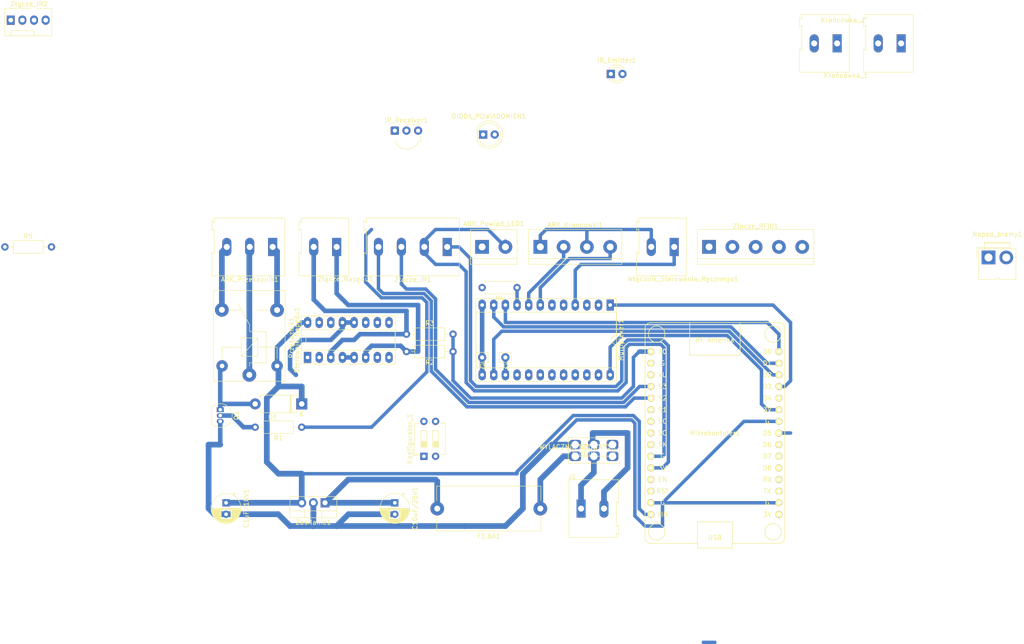
<source format=kicad_pcb>
(kicad_pcb (version 20171130) (host pcbnew "(5.1.7)-1")
  (title_block (title Projekt) (company "JK 2020"))
  (layers (0 F.Cu signal) (31 B.Cu signal) (34 B.Paste user) (35 F.Paste user) (36 B.SilkS user) (37 F.SilkS user) (38 B.Mask user) (39 F.Mask user) (44 Edge.Cuts user))
  (net 0 "")
  (net 1 "Net-(IR_Receiver1-Pad3)")
  (net 2 "Net-(Konfigurator_1-Pad2)")
  (net 3 "Net-(Konfigurator_1-Pad1)")
  (net 4 "Net-(Mikrokontoler1-Pad25)")
  (net 5 "Net-(Multiplexer1-Pad23)")
  (net 6 "Net-(Multiplexer1-Pad22)")
  (net 7 "Net-(Multiplexer1-Pad21)")
  (net 8 "Net-(Multiplexer1-Pad20)")
  (net 9 "Net-(Multiplexer1-Pad19)")
  (net 10 "Net-(Multiplexer1-Pad18)")
  (net 11 "Net-(Multiplexer1-Pad17)")
  (net 12 "Net-(Multiplexer1-Pad16)")
  (net 13 "Net-(Mikrokontoler1-Pad28)")
  (net 14 "Net-(Mikrokontoler1-Pad27)")
  (net 15 "Net-(Mikrokontoler1-Pad29)")
  (net 16 "Net-(Mikrokontoler1-Pad30)")
  (net 17 "Net-(Multiplexer1-Pad4)")
  (net 18 "Net-(Multiplexer1-Pad2)")
  (net 19 "Net-(Mikrokontoler1-Pad26)")
  (net 20 "Net-(ARK_Przekaznik1-Pad2)")
  (net 21 "Net-(D1-Pad2)")
  (net 22 "Net-(ARK_Przekaznik1-Pad3)")
  (net 23 "Net-(ARK_Przekaznik1-Pad1)")
  (net 24 "Net-(Q1-Pad2)")
  (net 25 "Net-(Sterownik_Napędu1-Pad8)")
  (net 26 "Net-(Mikrokontoler1-Pad21)")
  (net 27 "Net-(Sterownik_Napędu1-Pad14)")
  (net 28 "Net-(Sterownik_Napędu1-Pad11)")
  (net 29 "Net-(Mikrokontoler1-Pad22)")
  (net 30 "Net-(Mikrokontoler1-Pad23)")
  (net 31 +12V)
  (net 32 /+5V)
  (net 33 /MUX_3Pin)
  (net 34 /A0)
  (net 35 "Net-(Mikrokontoler1-Pad11)")
  (net 36 "Net-(Mikrokontoler1-Pad20)")
  (net 37 "Net-(Mikrokontoler1-Pad19)")
  (net 38 "Net-(Mikrokontoler1-Pad18)")
  (net 39 "Net-(Mikrokontoler1-Pad13)")
  (net 40 "Net-(Mikrokontoler1-Pad12)")
  (net 41 "Net-(Mikrokontoler1-Pad9)")
  (net 42 "Net-(Mikrokontoler1-Pad8)")
  (net 43 "Net-(Mikrokontoler1-Pad7)")
  (net 44 "Net-(Mikrokontoler1-Pad6)")
  (net 45 "Net-(Mikrokontoler1-Pad3)")
  (net 46 "Net-(Mikrokontoler1-Pad2)")
  (net 47 "Net-(ARK_Powiad_LED1-Pad1)")
  (net 48 GND)
  (net 49 "Net-(F1,6A1-Pad1)")
  (net 50 "Net-(IR_Emitter1-Pad2)")
  (net 51 "Net-(IR_Emitter1-Pad1)")
  (net 52 "Net-(IR_Receiver1-Pad1)")
  (net 53 /IR_receiver)
  (net 54 /IR_emitter)
  (net 55 "Net-(R2-Pad2)")
  (net 56 "Net-(R3-Pad1)")
  (net 57 "Net-(R5-Pad1)")
  (net 58 /+3V)
  (net 59 "Net-(C10uF/25V1-Pad1)")
  (net 60 "Net-(ARK_Powiad_LED1_M1-Pad1)")
  (net 61 "Net-(ARK_Powiad_LED1_M1-Pad2)")
  (net 62 "Net-(Multiplexer1-Pad9)")
  (net 63 "Net-(Naped_bramy1-Pad2)")
  (net 64 "Net-(Naped_bramy1-Pad1)")
  (net 65 "Net-(ARK_Krancowki1-Pad4)")
  (net 66 "Net-(ARK_Krancowki1-Pad2)")
  (net 67 "Net-(ARK_KRANCOWKI_M1-Pad1)")
  (net 68 "Net-(ARK_KRANCOWKI_M1-Pad2)")
  (net 69 "Net-(ARK_KRANCOWKI_M1-Pad3)")
  (net 70 "Net-(ARK_KRANCOWKI_M1-Pad4)")
  (net 71 /WERYFIKACJA)
  (module TerminalBlock:TerminalBlock_Altech_AK300-2_P5.00mm (layer F.Cu) (at -134.62 -425.45 180)
    (fp_text reference Włącznik_Sterowania_Ręcznego1 (at -1.92 -6.99) (layer F.SilkS))
    (fp_text value SW_Push)
    (pad 2 thru_hole oval (at 5 0 180) (size 1.98 3.96) (drill 1.32) (layers *.Cu *.Mask) (net 58 /+3V))
    (pad 1 thru_hole rect (at 0 0 180) (size 1.98 3.96) (drill 1.32) (layers *.Cu *.Mask) (net 17 "Net-(Multiplexer1-Pad4)"))
  )
  (module Connector_Pin:Pin_D0.9mm_L10.0mm_W2.4mm_FlatFork (layer F.Cu) (at -176.53 -401.32)
    (fp_text reference J3 (at 0 1.95) (layer F.SilkS))
    (fp_text value Conn_01x01_Male)
    (pad 1 thru_hole circle (at 0 0) (size 1.8 1.8) (drill 0.9) (layers *.Cu *.Mask) (net 48 GND))
  )
  (module Connector_Pin:Pin_D0.9mm_L10.0mm_W2.4mm_FlatFork (layer F.Cu) (at -171.45 -401.32)
    (fp_text reference J2 (at 0 1.95) (layer F.SilkS))
    (fp_text value Conn_01x01_Female)
    (pad 1 thru_hole circle (at 0 0) (size 1.8 1.8) (drill 0.9) (layers *.Cu *.Mask) (net 71 /WERYFIKACJA))
  )
  (module TerminalBlock:TerminalBlock_bornier-4_P5.08mm (layer F.Cu) (at -163.83 -425.45)
    (fp_text reference ARK_Krancowki1 (at 7.6 -4.8) (layer F.SilkS))
    (fp_text value Conn_01x04_Female)
    (pad 4 thru_hole circle (at 15.24 0) (size 3 3) (drill 1.52) (layers *.Cu *.Mask) (net 65 "Net-(ARK_Krancowki1-Pad4)"))
    (pad 1 thru_hole rect (at 0 0) (size 3 3) (drill 1.52) (layers *.Cu *.Mask) (net 58 /+3V))
    (pad 3 thru_hole circle (at 10.16 0) (size 3 3) (drill 1.52) (layers *.Cu *.Mask) (net 58 /+3V))
    (pad 2 thru_hole circle (at 5.08 0) (size 3 3) (drill 1.52) (layers *.Cu *.Mask) (net 66 "Net-(ARK_Krancowki1-Pad2)"))
  )
  (module TerminalBlock:TerminalBlock_Altech_AK300-2_P5.00mm (layer F.Cu) (at -154.94 -368.3)
    (fp_text reference J1 (at -1.92 -6.99) (layer F.SilkS))
    (fp_text value Conn_01x02_Female)
    (pad 2 thru_hole oval (at 5 0) (size 1.98 3.96) (drill 1.32) (layers *.Cu *.Mask) (net 48 GND))
    (pad 1 thru_hole rect (at 0 0) (size 1.98 3.96) (drill 1.32) (layers *.Cu *.Mask) (net 31 +12V))
  )
  (module Button_Switch_THT:SW_E_DPDT (layer F.Cu) (at -156.21 -382.27)
    (fp_text reference WYLACZNIK_GLOWNY1 (at 0 0.5) (layer F.SilkS))
    (fp_text value SW_DPST)
    (pad 5 thru_hole roundrect (at 8.128 0) (size 2.524 2.04) (drill 1.662) (layers *.Cu *.Mask))
    (pad 3 thru_hole roundrect (at 4.064 2.54) (size 2.524 2.04) (drill 1.662) (layers *.Cu *.Mask) (net 31 +12V))
    (pad 4 thru_hole roundrect (at 0 2.54) (size 2.524 2.04) (drill 1.662) (layers *.Cu *.Mask) (net 49 "Net-(F1,6A1-Pad1)"))
    (pad 6 thru_hole roundrect (at 8.128 2.54) (size 2.524 2.04) (drill 1.662) (layers *.Cu *.Mask))
    (pad 1 thru_hole roundrect (at 4.064 0) (size 2.524 2.04) (drill 1.662) (layers *.Cu *.Mask) (net 48 GND))
    (pad 2 thru_hole roundrect (at 0 0) (size 2.524 2.04) (drill 1.662) (layers *.Cu *.Mask) (net 48 GND))
  )
  (module Resistor_THT:R_Axial_DIN0207_L6.3mm_D2.5mm_P10.16mm_Horizontal (layer F.Cu) (at -280.67 -425.45)
    (fp_text reference R5 (at 5.08 -2.37) (layer F.SilkS))
    (fp_text value R100)
    (pad 2 thru_hole oval (at 10.16 0) (size 1.6 1.6) (drill 0.8) (layers *.Cu *.Mask) (net 50 "Net-(IR_Emitter1-Pad2)"))
    (pad 1 thru_hole circle (at 0 0) (size 1.6 1.6) (drill 0.8) (layers *.Cu *.Mask) (net 57 "Net-(R5-Pad1)"))
  )
  (module Connector:JWT_A3963_1x02_P3.96mm_Vertical (layer F.Cu) (at -66.019999 -423.144999)
    (fp_text reference Naped_bramy1 (at 1.91 -5.08) (layer F.SilkS))
    (fp_text value Motor_DC)
    (pad 2 thru_hole circle (at 3.88 0) (size 3 3) (drill 1.75) (layers *.Cu *.Mask) (net 63 "Net-(Naped_bramy1-Pad2)"))
    (pad 1 thru_hole rect (at 0 0) (size 3 3) (drill 1.75) (layers *.Cu *.Mask) (net 64 "Net-(Naped_bramy1-Pad1)"))
  )
  (module LED_THT:LED_D5.0mm (layer F.Cu) (at -176.314999 -449.994999)
    (fp_text reference DIODA_POWIADOMIEN1 (at 1.27 -3.96) (layer F.SilkS))
    (fp_text value LED)
    (pad 2 thru_hole circle (at 2.54 0) (size 1.8 1.8) (drill 0.9) (layers *.Cu *.Mask) (net 60 "Net-(ARK_Powiad_LED1_M1-Pad1)"))
    (pad 1 thru_hole rect (at 0 0) (size 1.8 1.8) (drill 0.9) (layers *.Cu *.Mask) (net 61 "Net-(ARK_Powiad_LED1_M1-Pad2)"))
  )
  (module Diode_THT:D_DO-15_P10.16mm_Horizontal (layer F.Cu) (at -215.9 -391.16 180)
    (fp_text reference D1 (at 6.35 -2.92) (layer F.SilkS))
    (fp_text value D)
    (fp_text user K (at 0 -2.2) (layer F.SilkS))
    (pad 2 thru_hole oval (at 10.16 0 180) (size 2.4 2.4) (drill 1.2) (layers *.Cu *.Mask) (net 21 "Net-(D1-Pad2)"))
    (pad 1 thru_hole rect (at 0 0 180) (size 2.4 2.4) (drill 1.2) (layers *.Cu *.Mask) (net 32 /+5V))
  )
  (module TerminalBlock:TerminalBlock_Altech_AK300-2_P5.00mm (layer F.Cu) (at -208.28 -425.45 180)
    (fp_text reference Złącze_Napędu1 (at -1.92 -6.99) (layer F.SilkS))
    (fp_text value Conn_01x02_Female)
    (pad 2 thru_hole oval (at 5 0 180) (size 1.98 3.96) (drill 1.32) (layers *.Cu *.Mask) (net 56 "Net-(R3-Pad1)"))
    (pad 1 thru_hole rect (at 0 0 180) (size 1.98 3.96) (drill 1.32) (layers *.Cu *.Mask) (net 55 "Net-(R2-Pad2)"))
  )
  (module Connector:FanPinHeader_1x04_P2.54mm_Vertical (layer F.Cu) (at -279.4 -474.98)
    (fp_text reference Złącze_IR2 (at 4 -3.55) (layer F.SilkS))
    (fp_text value 01)
    (pad "" np_thru_hole circle (at 5.08 -2.16 90) (size 1.1 1.1) (drill 1.1) (layers *.Cu *.Mask))
    (pad 4 thru_hole oval (at 7.62 0 90) (size 2.03 1.73) (drill 1.02) (layers *.Cu *.Mask) (net 52 "Net-(IR_Receiver1-Pad1)"))
    (pad 3 thru_hole oval (at 5.08 0 90) (size 2.03 1.73) (drill 1.02) (layers *.Cu *.Mask) (net 57 "Net-(R5-Pad1)"))
    (pad 2 thru_hole oval (at 2.54 0 90) (size 2.03 1.73) (drill 1.02) (layers *.Cu *.Mask) (net 51 "Net-(IR_Emitter1-Pad1)"))
    (pad 1 thru_hole rect (at 0 0 90) (size 2.03 1.73) (drill 1.02) (layers *.Cu *.Mask) (net 1 "Net-(IR_Receiver1-Pad3)"))
  )
  (module TerminalBlock:TerminalBlock_Altech_AK300-4_P5.00mm (layer F.Cu) (at -184.15 -425.45 180)
    (fp_text reference Złącze_IR1 (at 7.5 -7.15) (layer F.SilkS))
    (fp_text value 01)
    (pad 3 thru_hole oval (at 10 0 180) (size 1.98 3.96) (drill 1.32) (layers *.Cu *.Mask) (net 54 /IR_emitter))
    (pad 4 thru_hole oval (at 15 0 180) (size 1.98 3.96) (drill 1.32) (layers *.Cu *.Mask) (net 53 /IR_receiver))
    (pad 2 thru_hole oval (at 5 0 180) (size 1.98 3.96) (drill 1.32) (layers *.Cu *.Mask) (net 48 GND))
    (pad 1 thru_hole rect (at 0 0 180) (size 1.98 3.96) (drill 1.32) (layers *.Cu *.Mask) (net 35 "Net-(Mikrokontoler1-Pad11)"))
  )
  (module TerminalBlock:TerminalBlock_bornier-5_P5.08mm (layer F.Cu) (at -127 -425.45)
    (fp_text reference Złacze_RFID1 (at 10.15 -4.55) (layer F.SilkS))
    (fp_text value Conn_01x05_Male)
    (pad 5 thru_hole circle (at 20.32 0) (size 3 3) (drill 1.52) (layers *.Cu *.Mask) (net 4 "Net-(Mikrokontoler1-Pad25)"))
    (pad 4 thru_hole circle (at 15.24 0) (size 3 3) (drill 1.52) (layers *.Cu *.Mask) (net 48 GND))
    (pad 1 thru_hole rect (at 0 0) (size 3 3) (drill 1.52) (layers *.Cu *.Mask) (net 26 "Net-(Mikrokontoler1-Pad21)"))
    (pad 3 thru_hole circle (at 10.16 0) (size 3 3) (drill 1.52) (layers *.Cu *.Mask) (net 30 "Net-(Mikrokontoler1-Pad23)"))
    (pad 2 thru_hole circle (at 5.08 0) (size 3 3) (drill 1.52) (layers *.Cu *.Mask) (net 29 "Net-(Mikrokontoler1-Pad22)"))
  )
  (module Package_TO_SOT_THT:TO-220-3_Vertical (layer F.Cu) (at -210.82 -369.57 180)
    (fp_text reference Zasilanie1 (at 2.54 -4.27) (layer F.SilkS))
    (fp_text value LM7805_TO220)
    (pad 3 thru_hole oval (at 5.08 0 180) (size 1.905 2) (drill 1.1) (layers *.Cu *.Mask) (net 32 /+5V))
    (pad 2 thru_hole oval (at 2.54 0 180) (size 1.905 2) (drill 1.1) (layers *.Cu *.Mask) (net 48 GND))
    (pad 1 thru_hole rect (at 0 0 180) (size 1.905 2) (drill 1.1) (layers *.Cu *.Mask) (net 59 "Net-(C10uF/25V1-Pad1)"))
  )
  (module Package_DIP:DIP-16_W7.62mm_Socket_LongPads (layer F.Cu) (at -214.63 -401.32 90)
    (fp_text reference Sterownik_Napędu1 (at 3.81 -2.33 90) (layer F.SilkS))
    (fp_text value L293D)
    (pad 16 thru_hole oval (at 7.62 0 90) (size 2.4 1.6) (drill 0.8) (layers *.Cu *.Mask) (net 32 /+5V))
    (pad 8 thru_hole oval (at 0 17.78 90) (size 2.4 1.6) (drill 0.8) (layers *.Cu *.Mask) (net 25 "Net-(Sterownik_Napędu1-Pad8)"))
    (pad 15 thru_hole oval (at 7.62 2.54 90) (size 2.4 1.6) (drill 0.8) (layers *.Cu *.Mask) (net 48 GND))
    (pad 7 thru_hole oval (at 0 15.24 90) (size 2.4 1.6) (drill 0.8) (layers *.Cu *.Mask) (net 38 "Net-(Mikrokontoler1-Pad18)"))
    (pad 14 thru_hole oval (at 7.62 5.08 90) (size 2.4 1.6) (drill 0.8) (layers *.Cu *.Mask) (net 27 "Net-(Sterownik_Napędu1-Pad14)"))
    (pad 6 thru_hole oval (at 0 12.7 90) (size 2.4 1.6) (drill 0.8) (layers *.Cu *.Mask) (net 55 "Net-(R2-Pad2)"))
    (pad 13 thru_hole oval (at 7.62 7.62 90) (size 2.4 1.6) (drill 0.8) (layers *.Cu *.Mask) (net 48 GND))
    (pad 5 thru_hole oval (at 0 10.16 90) (size 2.4 1.6) (drill 0.8) (layers *.Cu *.Mask) (net 48 GND))
    (pad 12 thru_hole oval (at 7.62 10.16 90) (size 2.4 1.6) (drill 0.8) (layers *.Cu *.Mask) (net 48 GND))
    (pad 4 thru_hole oval (at 0 7.62 90) (size 2.4 1.6) (drill 0.8) (layers *.Cu *.Mask) (net 48 GND))
    (pad 11 thru_hole oval (at 7.62 12.7 90) (size 2.4 1.6) (drill 0.8) (layers *.Cu *.Mask) (net 28 "Net-(Sterownik_Napędu1-Pad11)"))
    (pad 3 thru_hole oval (at 0 5.08 90) (size 2.4 1.6) (drill 0.8) (layers *.Cu *.Mask) (net 56 "Net-(R3-Pad1)"))
    (pad 10 thru_hole oval (at 7.62 15.24 90) (size 2.4 1.6) (drill 0.8) (layers *.Cu *.Mask) (net 48 GND))
    (pad 2 thru_hole oval (at 0 2.54 90) (size 2.4 1.6) (drill 0.8) (layers *.Cu *.Mask) (net 37 "Net-(Mikrokontoler1-Pad19)"))
    (pad 9 thru_hole oval (at 7.62 17.78 90) (size 2.4 1.6) (drill 0.8) (layers *.Cu *.Mask) (net 48 GND))
    (pad 1 thru_hole rect (at 0 0 90) (size 2.4 1.6) (drill 0.8) (layers *.Cu *.Mask) (net 36 "Net-(Mikrokontoler1-Pad20)"))
  )
  (module Resistor_THT:R_Axial_DIN0207_L6.3mm_D2.5mm_P7.62mm_Horizontal (layer F.Cu) (at -168.91 -416.56 180)
    (fp_text reference R4 (at 3.81 -2.37) (layer F.SilkS))
    (fp_text value R330)
    (pad 2 thru_hole oval (at 7.62 0 180) (size 1.6 1.6) (drill 0.8) (layers *.Cu *.Mask) (net 47 "Net-(ARK_Powiad_LED1-Pad1)"))
    (pad 1 thru_hole circle (at 0 0 180) (size 1.6 1.6) (drill 0.8) (layers *.Cu *.Mask) (net 62 "Net-(Multiplexer1-Pad9)"))
  )
  (module Resistor_THT:R_Axial_DIN0207_L6.3mm_D2.5mm_P10.16mm_Horizontal (layer F.Cu) (at -193.04 -406.4)
    (fp_text reference R3 (at 5.08 -2.37) (layer F.SilkS))
    (fp_text value R330)
    (pad 2 thru_hole oval (at 10.16 0) (size 1.6 1.6) (drill 0.8) (layers *.Cu *.Mask) (net 34 /A0))
    (pad 1 thru_hole circle (at 0 0) (size 1.6 1.6) (drill 0.8) (layers *.Cu *.Mask) (net 56 "Net-(R3-Pad1)"))
  )
  (module Resistor_THT:R_Axial_DIN0207_L6.3mm_D2.5mm_P10.16mm_Horizontal (layer F.Cu) (at -182.88 -402.59 180)
    (fp_text reference R2 (at 5.08 -2.37) (layer F.SilkS))
    (fp_text value R220)
    (pad 2 thru_hole oval (at 10.16 0 180) (size 1.6 1.6) (drill 0.8) (layers *.Cu *.Mask) (net 55 "Net-(R2-Pad2)"))
    (pad 1 thru_hole circle (at 0 0 180) (size 1.6 1.6) (drill 0.8) (layers *.Cu *.Mask) (net 34 /A0))
  )
  (module Resistor_THT:R_Axial_DIN0207_L6.3mm_D2.5mm_P10.16mm_Horizontal (layer F.Cu) (at -215.9 -386.08 180)
    (fp_text reference R1 (at 5.08 -2.37) (layer F.SilkS))
    (fp_text value R4,7k)
    (pad 2 thru_hole oval (at 10.16 0 180) (size 1.6 1.6) (drill 0.8) (layers *.Cu *.Mask) (net 24 "Net-(Q1-Pad2)"))
    (pad 1 thru_hole circle (at 0 0 180) (size 1.6 1.6) (drill 0.8) (layers *.Cu *.Mask) (net 33 /MUX_3Pin))
  )
  (module Package_TO_SOT_THT:TO-92_Inline (layer F.Cu) (at -233.68 -389.89 270)
    (fp_text reference Q1 (at 1.27 -3.56 90) (layer F.SilkS))
    (fp_text value BC547)
    (pad 1 thru_hole rect (at 0 0 270) (size 1.05 1.5) (drill 0.75) (layers *.Cu *.Mask) (net 21 "Net-(D1-Pad2)"))
    (pad 3 thru_hole oval (at 2.54 0 270) (size 1.05 1.5) (drill 0.75) (layers *.Cu *.Mask) (net 48 GND))
    (pad 2 thru_hole oval (at 1.27 0 270) (size 1.05 1.5) (drill 0.75) (layers *.Cu *.Mask) (net 24 "Net-(Q1-Pad2)"))
  )
  (module Relay_THT:Relay_SPDT_SANYOU_SRD_Series_Form_C (layer F.Cu) (at -227.33 -397.51 90)
    (fp_text reference Przekaznik1 (at 8.1 9.2 90) (layer F.SilkS))
    (fp_text value SANYOU_SRD_Form_C)
    (pad 1 thru_hole circle (at 0 0 180) (size 3 3) (drill 1.3) (layers *.Cu *.Mask) (net 20 "Net-(ARK_Przekaznik1-Pad2)"))
    (pad 5 thru_hole circle (at 1.95 -5.95 180) (size 2.5 2.5) (drill 1) (layers *.Cu *.Mask) (net 21 "Net-(D1-Pad2)"))
    (pad 4 thru_hole circle (at 14.2 -6 180) (size 3 3) (drill 1.3) (layers *.Cu *.Mask) (net 22 "Net-(ARK_Przekaznik1-Pad3)"))
    (pad 3 thru_hole circle (at 14.15 6.05 180) (size 3 3) (drill 1.3) (layers *.Cu *.Mask) (net 23 "Net-(ARK_Przekaznik1-Pad1)"))
    (pad 2 thru_hole circle (at 1.95 6.05 180) (size 2.5 2.5) (drill 1) (layers *.Cu *.Mask) (net 32 /+5V))
  )
  (module Package_DIP:DIP-24_W15.24mm_Socket_LongPads (layer F.Cu) (at -148.59 -412.75 270)
    (fp_text reference Multiplexer1 (at 7.62 -2.33 90) (layer F.SilkS))
    (fp_text value CD4067BE)
    (pad 1 thru_hole rect (at 0 0 270) (size 2.4 1.6) (drill 0.8) (layers *.Cu *.Mask) (net 14 "Net-(Mikrokontoler1-Pad27)"))
    (pad 13 thru_hole oval (at 15.24 27.94 270) (size 2.4 1.6) (drill 0.8) (layers *.Cu *.Mask) (net 48 GND))
    (pad 2 thru_hole oval (at 0 2.54 270) (size 2.4 1.6) (drill 0.8) (layers *.Cu *.Mask) (net 18 "Net-(Multiplexer1-Pad2)"))
    (pad 14 thru_hole oval (at 15.24 25.4 270) (size 2.4 1.6) (drill 0.8) (layers *.Cu *.Mask) (net 13 "Net-(Mikrokontoler1-Pad28)"))
    (pad 3 thru_hole oval (at 0 5.08 270) (size 2.4 1.6) (drill 0.8) (layers *.Cu *.Mask) (net 33 /MUX_3Pin))
    (pad 15 thru_hole oval (at 15.24 22.86 270) (size 2.4 1.6) (drill 0.8) (layers *.Cu *.Mask) (net 71 /WERYFIKACJA))
    (pad 4 thru_hole oval (at 0 7.62 270) (size 2.4 1.6) (drill 0.8) (layers *.Cu *.Mask) (net 17 "Net-(Multiplexer1-Pad4)"))
    (pad 16 thru_hole oval (at 15.24 20.32 270) (size 2.4 1.6) (drill 0.8) (layers *.Cu *.Mask) (net 12 "Net-(Multiplexer1-Pad16)"))
    (pad 5 thru_hole oval (at 0 10.16 270) (size 2.4 1.6) (drill 0.8) (layers *.Cu *.Mask) (net 2 "Net-(Konfigurator_1-Pad2)"))
    (pad 17 thru_hole oval (at 15.24 17.78 270) (size 2.4 1.6) (drill 0.8) (layers *.Cu *.Mask) (net 11 "Net-(Multiplexer1-Pad17)"))
    (pad 6 thru_hole oval (at 0 12.7 270) (size 2.4 1.6) (drill 0.8) (layers *.Cu *.Mask) (net 3 "Net-(Konfigurator_1-Pad1)"))
    (pad 18 thru_hole oval (at 15.24 15.24 270) (size 2.4 1.6) (drill 0.8) (layers *.Cu *.Mask) (net 10 "Net-(Multiplexer1-Pad18)"))
    (pad 7 thru_hole oval (at 0 15.24 270) (size 2.4 1.6) (drill 0.8) (layers *.Cu *.Mask) (net 65 "Net-(ARK_Krancowki1-Pad4)"))
    (pad 19 thru_hole oval (at 15.24 12.7 270) (size 2.4 1.6) (drill 0.8) (layers *.Cu *.Mask) (net 9 "Net-(Multiplexer1-Pad19)"))
    (pad 8 thru_hole oval (at 0 17.78 270) (size 2.4 1.6) (drill 0.8) (layers *.Cu *.Mask) (net 66 "Net-(ARK_Krancowki1-Pad2)"))
    (pad 20 thru_hole oval (at 15.24 10.16 270) (size 2.4 1.6) (drill 0.8) (layers *.Cu *.Mask) (net 8 "Net-(Multiplexer1-Pad20)"))
    (pad 9 thru_hole oval (at 0 20.32 270) (size 2.4 1.6) (drill 0.8) (layers *.Cu *.Mask) (net 62 "Net-(Multiplexer1-Pad9)"))
    (pad 21 thru_hole oval (at 15.24 7.62 270) (size 2.4 1.6) (drill 0.8) (layers *.Cu *.Mask) (net 7 "Net-(Multiplexer1-Pad21)"))
    (pad 10 thru_hole oval (at 0 22.86 270) (size 2.4 1.6) (drill 0.8) (layers *.Cu *.Mask) (net 16 "Net-(Mikrokontoler1-Pad30)"))
    (pad 22 thru_hole oval (at 15.24 5.08 270) (size 2.4 1.6) (drill 0.8) (layers *.Cu *.Mask) (net 6 "Net-(Multiplexer1-Pad22)"))
    (pad 11 thru_hole oval (at 0 25.4 270) (size 2.4 1.6) (drill 0.8) (layers *.Cu *.Mask) (net 15 "Net-(Mikrokontoler1-Pad29)"))
    (pad 23 thru_hole oval (at 15.24 2.54 270) (size 2.4 1.6) (drill 0.8) (layers *.Cu *.Mask) (net 5 "Net-(Multiplexer1-Pad23)"))
    (pad 12 thru_hole oval (at 0 27.94 270) (size 2.4 1.6) (drill 0.8) (layers *.Cu *.Mask) (net 48 GND))
    (pad 24 thru_hole oval (at 15.24 0 270) (size 2.4 1.6) (drill 0.8) (layers *.Cu *.Mask) (net 4 "Net-(Mikrokontoler1-Pad25)"))
  )
  (module "ESP8266:NodeMCU1.0(12-E)" (layer F.Cu) (at -125.73 -384.81)
    (fp_text reference Mikrokontoler1 (at 0 0) (layer F.SilkS))
    (fp_text value "NodeMCU1.0(ESP-12E)")
    (fp_text user D0 (at 11.43 -17.78) (layer F.SilkS))
    (fp_text user D1 (at 11.43 -15.24) (layer F.SilkS))
    (fp_text user D2 (at 11.43 -12.7) (layer F.SilkS))
    (fp_text user D3 (at 11.43 -10.16) (layer F.SilkS))
    (fp_text user D4 (at 11.43 -7.62) (layer F.SilkS))
    (fp_text user 3V (at 11.43 -5.08) (layer F.SilkS))
    (fp_text user G (at 11.43 -2.54) (layer F.SilkS))
    (fp_text user D5 (at 11.43 0) (layer F.SilkS))
    (fp_text user D6 (at 11.43 2.54) (layer F.SilkS))
    (fp_text user D7 (at 11.43 5.08) (layer F.SilkS))
    (fp_text user D8 (at 11.43 7.62) (layer F.SilkS))
    (fp_text user RX (at 11.43 10.16) (layer F.SilkS))
    (fp_text user TX (at 11.43 12.7) (layer F.SilkS))
    (fp_text user G (at 11.43 15.24) (layer F.SilkS))
    (fp_text user 3V (at 11.43 17.78) (layer F.SilkS))
    (fp_text user A0 (at -11.43 -17.78) (layer F.SilkS))
    (fp_text user G (at -11.43 -15.24) (layer F.SilkS))
    (fp_text user VU (at -11.43 -12.7) (layer F.SilkS))
    (fp_text user S3 (at -11.43 -10.16) (layer F.SilkS))
    (fp_text user S2 (at -11.43 -7.62) (layer F.SilkS))
    (fp_text user S1 (at -11.43 -5.08) (layer F.SilkS))
    (fp_text user SC (at -11.43 -2.54) (layer F.SilkS))
    (fp_text user SO (at -11.43 0) (layer F.SilkS))
    (fp_text user SK (at -11.43 2.54) (layer F.SilkS))
    (fp_text user G (at -11.43 5.08) (layer F.SilkS))
    (fp_text user 3V (at -11.43 7.62) (layer F.SilkS))
    (fp_text user EN (at -11.43 10.16) (layer F.SilkS))
    (fp_text user RST (at -11.43 12.7) (layer F.SilkS))
    (fp_text user G (at -11.43 15.24) (layer F.SilkS))
    (fp_text user VIN (at -11.43 17.78) (layer F.SilkS))
    (fp_text user "RF Antenna" (at 0 -20.32) (layer F.SilkS))
    (fp_text user USB (at 0 22.86) (layer F.SilkS))
    (pad 30 thru_hole circle (at 13.97 -17.78) (size 1.524 1.524) (drill 0.762) (layers *.Cu *.Mask F.SilkS) (net 16 "Net-(Mikrokontoler1-Pad30)"))
    (pad 29 thru_hole circle (at 13.97 -15.24) (size 1.524 1.524) (drill 0.762) (layers *.Cu *.Mask F.SilkS) (net 15 "Net-(Mikrokontoler1-Pad29)"))
    (pad 28 thru_hole circle (at 13.97 -12.7) (size 1.524 1.524) (drill 0.762) (layers *.Cu *.Mask F.SilkS) (net 13 "Net-(Mikrokontoler1-Pad28)"))
    (pad 27 thru_hole circle (at 13.97 -10.16) (size 1.524 1.524) (drill 0.762) (layers *.Cu *.Mask F.SilkS) (net 14 "Net-(Mikrokontoler1-Pad27)"))
    (pad 26 thru_hole circle (at 13.97 -7.62) (size 1.524 1.524) (drill 0.762) (layers *.Cu *.Mask F.SilkS) (net 19 "Net-(Mikrokontoler1-Pad26)"))
    (pad 25 thru_hole circle (at 13.97 -5.08) (size 1.524 1.524) (drill 0.762) (layers *.Cu *.Mask F.SilkS) (net 4 "Net-(Mikrokontoler1-Pad25)"))
    (pad 24 thru_hole circle (at 13.97 -2.54) (size 1.524 1.524) (drill 0.762) (layers *.Cu *.Mask F.SilkS) (net 48 GND))
    (pad 23 thru_hole circle (at 13.97 0) (size 1.524 1.524) (drill 0.762) (layers *.Cu *.Mask F.SilkS) (net 30 "Net-(Mikrokontoler1-Pad23)"))
    (pad 22 thru_hole circle (at 13.97 2.54) (size 1.524 1.524) (drill 0.762) (layers *.Cu *.Mask F.SilkS) (net 29 "Net-(Mikrokontoler1-Pad22)"))
    (pad 21 thru_hole circle (at 13.97 5.08) (size 1.524 1.524) (drill 0.762) (layers *.Cu *.Mask F.SilkS) (net 26 "Net-(Mikrokontoler1-Pad21)"))
    (pad 20 thru_hole circle (at 13.97 7.62) (size 1.524 1.524) (drill 0.762) (layers *.Cu *.Mask F.SilkS) (net 36 "Net-(Mikrokontoler1-Pad20)"))
    (pad 19 thru_hole circle (at 13.97 10.16) (size 1.524 1.524) (drill 0.762) (layers *.Cu *.Mask F.SilkS) (net 37 "Net-(Mikrokontoler1-Pad19)"))
    (pad 18 thru_hole circle (at 13.97 12.7) (size 1.524 1.524) (drill 0.762) (layers *.Cu *.Mask F.SilkS) (net 38 "Net-(Mikrokontoler1-Pad18)"))
    (pad 17 thru_hole circle (at 13.97 15.24) (size 1.524 1.524) (drill 0.762) (layers *.Cu *.Mask F.SilkS) (net 48 GND))
    (pad 16 thru_hole circle (at 13.97 17.78) (size 1.524 1.524) (drill 0.762) (layers *.Cu *.Mask F.SilkS) (net 58 /+3V))
    (pad 15 thru_hole circle (at -13.97 17.78) (size 1.524 1.524) (drill 0.762) (layers *.Cu *.Mask F.SilkS) (net 32 /+5V))
    (pad 14 thru_hole circle (at -13.97 15.24) (size 1.524 1.524) (drill 0.762) (layers *.Cu *.Mask F.SilkS) (net 48 GND))
    (pad 13 thru_hole circle (at -13.97 12.7) (size 1.524 1.524) (drill 0.762) (layers *.Cu *.Mask F.SilkS) (net 39 "Net-(Mikrokontoler1-Pad13)"))
    (pad 12 thru_hole circle (at -13.97 10.16) (size 1.524 1.524) (drill 0.762) (layers *.Cu *.Mask F.SilkS) (net 40 "Net-(Mikrokontoler1-Pad12)"))
    (pad 11 thru_hole circle (at -13.97 7.62) (size 1.524 1.524) (drill 0.762) (layers *.Cu *.Mask F.SilkS) (net 35 "Net-(Mikrokontoler1-Pad11)"))
    (pad 10 thru_hole circle (at -13.97 5.08) (size 1.524 1.524) (drill 0.762) (layers *.Cu *.Mask F.SilkS) (net 48 GND))
    (pad 9 thru_hole circle (at -13.97 2.54) (size 1.524 1.524) (drill 0.762) (layers *.Cu *.Mask F.SilkS) (net 41 "Net-(Mikrokontoler1-Pad9)"))
    (pad 8 thru_hole circle (at -13.97 0) (size 1.524 1.524) (drill 0.762) (layers *.Cu *.Mask F.SilkS) (net 42 "Net-(Mikrokontoler1-Pad8)"))
    (pad 7 thru_hole circle (at -13.97 -2.54) (size 1.524 1.524) (drill 0.762) (layers *.Cu *.Mask F.SilkS) (net 43 "Net-(Mikrokontoler1-Pad7)"))
    (pad 6 thru_hole circle (at -13.97 -5.08) (size 1.524 1.524) (drill 0.762) (layers *.Cu *.Mask F.SilkS) (net 44 "Net-(Mikrokontoler1-Pad6)"))
    (pad 5 thru_hole circle (at -13.97 -7.62) (size 1.524 1.524) (drill 0.762) (layers *.Cu *.Mask F.SilkS) (net 53 /IR_receiver))
    (pad 4 thru_hole circle (at -13.97 -10.16) (size 1.524 1.524) (drill 0.762) (layers *.Cu *.Mask F.SilkS) (net 54 /IR_emitter))
    (pad 3 thru_hole circle (at -13.97 -12.7) (size 1.524 1.524) (drill 0.762) (layers *.Cu *.Mask F.SilkS) (net 45 "Net-(Mikrokontoler1-Pad3)"))
    (pad 2 thru_hole circle (at -13.97 -15.24) (size 1.524 1.524) (drill 0.762) (layers *.Cu *.Mask F.SilkS) (net 46 "Net-(Mikrokontoler1-Pad2)"))
    (pad 1 thru_hole circle (at -13.97 -17.78) (size 1.524 1.524) (drill 0.762) (layers *.Cu *.Mask F.SilkS) (net 34 /A0))
  )
  (module TerminalBlock:TerminalBlock_Altech_AK300-2_P5.00mm (layer F.Cu) (at -85.09 -469.9 180)
    (fp_text reference Krańcówka_2 (at 12.7 5.08) (layer F.SilkS))
    (fp_text value SW_DPST_x2)
    (pad 2 thru_hole oval (at 5 0 180) (size 1.98 3.96) (drill 1.32) (layers *.Cu *.Mask) (net 69 "Net-(ARK_KRANCOWKI_M1-Pad3)"))
    (pad 1 thru_hole rect (at 0 0 180) (size 1.98 3.96) (drill 1.32) (layers *.Cu *.Mask) (net 70 "Net-(ARK_KRANCOWKI_M1-Pad4)"))
  )
  (module TerminalBlock:TerminalBlock_Altech_AK300-2_P5.00mm (layer F.Cu) (at -99.06 -469.9 180)
    (fp_text reference Krańcówka_1 (at -1.92 -6.99) (layer F.SilkS))
    (fp_text value SW_DPST_x2)
    (pad 2 thru_hole oval (at 5 0 180) (size 1.98 3.96) (drill 1.32) (layers *.Cu *.Mask) (net 67 "Net-(ARK_KRANCOWKI_M1-Pad1)"))
    (pad 1 thru_hole rect (at 0 0 180) (size 1.98 3.96) (drill 1.32) (layers *.Cu *.Mask) (net 68 "Net-(ARK_KRANCOWKI_M1-Pad2)"))
  )
  (module Button_Switch_THT:SW_DIP_SPSTx02_Slide_6.7x6.64mm_W7.62mm_P2.54mm_LowProfile (layer F.Cu) (at -189.23 -379.73 90)
    (fp_text reference Konfigurator_1 (at 3.81 -3.11 90) (layer F.SilkS))
    (fp_text value SW_DIP_x02)
    (pad 4 thru_hole oval (at 7.62 0 90) (size 1.6 1.6) (drill 0.8) (layers *.Cu *.Mask) (net 58 /+3V))
    (pad 2 thru_hole oval (at 0 2.54 90) (size 1.6 1.6) (drill 0.8) (layers *.Cu *.Mask) (net 2 "Net-(Konfigurator_1-Pad2)"))
    (pad 3 thru_hole oval (at 7.62 2.54 90) (size 1.6 1.6) (drill 0.8) (layers *.Cu *.Mask) (net 58 /+3V))
    (pad 1 thru_hole rect (at 0 0 90) (size 1.6 1.6) (drill 0.8) (layers *.Cu *.Mask) (net 3 "Net-(Konfigurator_1-Pad1)"))
  )
  (module OptoDevice:Vishay_MOLD-3Pin (layer F.Cu) (at -195.58 -450.85)
    (fp_text reference IR_Receiver1 (at 2.5 -2.25 180) (layer F.SilkS))
    (fp_text value VS1838B)
    (pad 3 thru_hole circle (at 5.08 0) (size 1.8 1.8) (drill 0.9) (layers *.Cu *.Mask) (net 1 "Net-(IR_Receiver1-Pad3)"))
    (pad 2 thru_hole circle (at 2.54 0) (size 1.8 1.8) (drill 0.9) (layers *.Cu *.Mask) (net 51 "Net-(IR_Emitter1-Pad1)"))
    (pad 1 thru_hole roundrect (at 0 0) (size 1.8 1.8) (drill 0.9) (layers *.Cu *.Mask) (roundrect_rratio 0.138) (net 52 "Net-(IR_Receiver1-Pad1)"))
  )
  (module LED_THT:LED_D3.0mm_IRBlack (layer F.Cu) (at -148.444999 -463.224999)
    (fp_text reference IR_Emitter1 (at 1.27 -2.96) (layer F.SilkS))
    (fp_text value IR204A)
    (pad 2 thru_hole circle (at 2.54 0) (size 1.8 1.8) (drill 0.9) (layers *.Cu *.Mask) (net 50 "Net-(IR_Emitter1-Pad2)"))
    (pad 1 thru_hole rect (at 0 0) (size 1.8 1.8) (drill 0.9) (layers *.Cu *.Mask) (net 51 "Net-(IR_Emitter1-Pad1)"))
  )
  (module Fuse:Fuseholder_Cylinder-5x20mm_Schurter_0031_8201_Horizontal_Open (layer F.Cu) (at -163.83 -368.3 180)
    (fp_text reference F1,6A1 (at 11.25 -6) (layer F.SilkS))
    (fp_text value Fuse)
    (pad "" np_thru_hole circle (at 11.25 0 180) (size 2.7 2.7) (drill 2.7) (layers *.Cu *.Mask))
    (pad 2 thru_hole circle (at 22.5 0 180) (size 3 3) (drill 1.3) (layers *.Cu *.Mask) (net 59 "Net-(C10uF/25V1-Pad1)"))
    (pad 1 thru_hole circle (at 0 0 180) (size 3 3) (drill 1.3) (layers *.Cu *.Mask) (net 49 "Net-(F1,6A1-Pad1)"))
  )
  (module Capacitor_THT:CP_Radial_D6.3mm_P2.50mm (layer F.Cu) (at -232.41 -369.57 270)
    (fp_text reference C1uF/10V1 (at 1.25 -4.4 90) (layer F.SilkS))
    (fp_text value CP1)
    (pad 2 thru_hole circle (at 2.5 0 270) (size 1.6 1.6) (drill 0.8) (layers *.Cu *.Mask) (net 48 GND))
    (pad 1 thru_hole rect (at 0 0 270) (size 1.6 1.6) (drill 0.8) (layers *.Cu *.Mask) (net 32 /+5V))
  )
  (module Capacitor_THT:CP_Radial_D6.3mm_P2.50mm (layer F.Cu) (at -195.58 -369.57 270)
    (fp_text reference C10uF/25V1 (at 1.25 -4.4 90) (layer F.SilkS))
    (fp_text value CP1)
    (pad 2 thru_hole circle (at 2.5 0 270) (size 1.6 1.6) (drill 0.8) (layers *.Cu *.Mask) (net 48 GND))
    (pad 1 thru_hole rect (at 0 0 270) (size 1.6 1.6) (drill 0.8) (layers *.Cu *.Mask) (net 59 "Net-(C10uF/25V1-Pad1)"))
  )
  (module TerminalBlock:TerminalBlock_Altech_AK300-3_P5.00mm (layer F.Cu) (at -222.25 -425.45 180)
    (fp_text reference ARK_Przekaznik1 (at 5 -7.1) (layer F.SilkS))
    (fp_text value Conn_01x03_Male)
    (pad 3 thru_hole oval (at 10 0 180) (size 1.98 3.96) (drill 1.32) (layers *.Cu *.Mask) (net 22 "Net-(ARK_Przekaznik1-Pad3)"))
    (pad 2 thru_hole oval (at 5 0 180) (size 1.98 3.96) (drill 1.32) (layers *.Cu *.Mask) (net 20 "Net-(ARK_Przekaznik1-Pad2)"))
    (pad 1 thru_hole rect (at 0 0 180) (size 1.98 3.96) (drill 1.32) (layers *.Cu *.Mask) (net 23 "Net-(ARK_Przekaznik1-Pad1)"))
  )
  (module TerminalBlock:TerminalBlock_bornier-2_P5.08mm (layer F.Cu) (at -176.53 -425.45)
    (fp_text reference ARK_Powiad_LED1 (at 2.54 -5.08) (layer F.SilkS))
    (fp_text value Conn_01x02_Female)
    (pad 2 thru_hole circle (at 5.08 0) (size 3 3) (drill 1.52) (layers *.Cu *.Mask) (net 48 GND))
    (pad 1 thru_hole rect (at 0 0) (size 3 3) (drill 1.52) (layers *.Cu *.Mask) (net 47 "Net-(ARK_Powiad_LED1-Pad1)"))
  )
  (segment (start -148.59 -397.51) (end -148.59 -403.54997) (width 0.75) (layer B.Cu) (net 4))
  (segment (start -146.05 -406.08997) (end -123.027002 -406.08997) (width 0.75) (layer B.Cu) (net 4))
  (segment (start -148.59 -403.54997) (end -146.05 -406.08997) (width 0.75) (layer B.Cu) (net 4))
  (segment (start -123.027002 -406.08997) (end -115.57 -398.632968) (width 0.75) (layer B.Cu) (net 4))
  (segment (start -115.57 -398.632968) (end -115.57 -391.16) (width 0.75) (layer B.Cu) (net 4))
  (segment (start -114.3 -389.89) (end -111.76 -389.89) (width 0.75) (layer B.Cu) (net 4))
  (segment (start -115.57 -391.16) (end -114.3 -389.89) (width 0.75) (layer B.Cu) (net 4))
  (segment (start -173.99 -405.286994) (end -173.99 -397.51) (width 0.75) (layer B.Cu) (net 13))
  (segment (start -172.237014 -407.03998) (end -173.99 -405.286994) (width 0.75) (layer B.Cu) (net 13))
  (segment (start -122.633496 -407.03998) (end -172.237014 -407.03998) (width 0.75) (layer B.Cu) (net 13))
  (segment (start -113.103516 -397.51) (end -122.633496 -407.03998) (width 0.75) (layer B.Cu) (net 13))
  (segment (start -111.76 -397.51) (end -113.103516 -397.51) (width 0.75) (layer B.Cu) (net 13))
  (segment (start -111.76 -394.97) (end -110.49 -394.97) (width 0.75) (layer B.Cu) (net 14))
  (segment (start -113.03 -412.75) (end -148.59 -412.75) (width 0.75) (layer B.Cu) (net 14))
  (segment (start -109.22 -408.94) (end -113.03 -412.75) (width 0.75) (layer B.Cu) (net 14))
  (segment (start -110.49 -394.97) (end -109.22 -396.24) (width 0.75) (layer B.Cu) (net 14))
  (segment (start -109.22 -396.24) (end -109.22 -408.94) (width 0.75) (layer B.Cu) (net 14))
  (segment (start -111.76 -400.05) (end -114.3 -400.05) (width 0.75) (layer B.Cu) (net 15))
  (segment (start -173.99 -410.136483) (end -173.99 -412.75) (width 0.75) (layer B.Cu) (net 15))
  (segment (start -171.843507 -407.98999) (end -173.99 -410.136483) (width 0.75) (layer B.Cu) (net 15))
  (segment (start -122.23999 -407.98999) (end -171.843507 -407.98999) (width 0.75) (layer B.Cu) (net 15))
  (segment (start -114.3 -400.05) (end -122.23999 -407.98999) (width 0.75) (layer B.Cu) (net 15))
  (segment (start -111.76 -402.59) (end -111.76 -406.4) (width 0.75) (layer B.Cu) (net 16))
  (segment (start -111.76 -406.4) (end -114.3 -408.94) (width 0.75) (layer B.Cu) (net 16))
  (segment (start -114.3 -408.94) (end -171.45 -408.94) (width 0.75) (layer B.Cu) (net 16))
  (segment (start -171.45 -408.94) (end -171.45 -412.75) (width 0.75) (layer B.Cu) (net 16))
  (segment (start -156.21 -412.75) (end -156.21 -420.37) (width 0.75) (layer B.Cu) (net 17))
  (segment (start -156.21 -420.37) (end -154.94 -421.64) (width 0.75) (layer B.Cu) (net 17))
  (segment (start -154.94 -421.64) (end -134.62 -421.64) (width 0.75) (layer B.Cu) (net 17))
  (segment (start -134.62 -421.64) (end -134.62 -425.45) (width 0.75) (layer B.Cu) (net 17))
  (segment (start -227.33 -425.37) (end -227.25 -425.45) (width 1.25) (layer B.Cu) (net 20))
  (segment (start -227.33 -397.51) (end -227.33 -425.37) (width 1.25) (layer B.Cu) (net 20))
  (segment (start -233.68 -389.89) (end -233.68 -391.16) (width 1) (layer B.Cu) (net 21))
  (segment (start -233.68 -391.16) (end -227.33 -391.16) (width 1) (layer B.Cu) (net 21))
  (segment (start -233.68 -399.06) (end -233.28 -399.46) (width 1) (layer B.Cu) (net 21))
  (segment (start -233.68 -391.16) (end -233.68 -399.06) (width 1) (layer B.Cu) (net 21))
  (segment (start -233.33 -424.37) (end -232.25 -425.45) (width 1.25) (layer B.Cu) (net 22))
  (segment (start -233.33 -411.71) (end -233.33 -424.37) (width 1.25) (layer B.Cu) (net 22))
  (segment (start -221.28 -424.48) (end -222.25 -425.45) (width 1.25) (layer B.Cu) (net 23))
  (segment (start -221.28 -411.66) (end -221.28 -424.48) (width 1.25) (layer B.Cu) (net 23))
  (segment (start -233.68 -388.62) (end -231.14 -388.62) (width 1) (layer B.Cu) (net 24))
  (segment (start -228.6 -386.08) (end -226.06 -386.08) (width 1) (layer B.Cu) (net 24))
  (segment (start -231.14 -388.62) (end -228.6 -386.08) (width 1) (layer B.Cu) (net 24))
  (segment (start -111.76 -384.81) (end -109.22 -384.81) (width 0.75) (layer B.Cu) (net 30))
  (segment (start -154.94 -368.3) (end -154.94 -373.38) (width 1.25) (layer B.Cu) (net 31))
  (segment (start -152.146 -376.174) (end -152.146 -379.73) (width 1.25) (layer B.Cu) (net 31))
  (segment (start -154.94 -373.38) (end -152.146 -376.174) (width 1.25) (layer B.Cu) (net 31))
  (segment (start -232.41 -369.57) (end -215.9 -369.57) (width 1.25) (layer B.Cu) (net 32))
  (segment (start -215.9 -369.57) (end -215.9 -375.92) (width 1.25) (layer B.Cu) (net 32))
  (segment (start -215.9 -391.16) (end -215.9 -394.97) (width 1.25) (layer B.Cu) (net 32))
  (segment (start -215.9 -394.97) (end -220.98 -394.97) (width 1.25) (layer B.Cu) (net 32))
  (segment (start -220.98 -399.16) (end -221.28 -399.46) (width 1.25) (layer B.Cu) (net 32))
  (segment (start -220.98 -394.97) (end -220.98 -399.16) (width 1.25) (layer B.Cu) (net 32))
  (segment (start -215.9 -375.92) (end -220.98 -375.92) (width 1.25) (layer B.Cu) (net 32))
  (segment (start -220.98 -375.92) (end -223.52 -378.46) (width 1.25) (layer B.Cu) (net 32))
  (segment (start -223.52 -378.46) (end -223.52 -392.43) (width 1.25) (layer B.Cu) (net 32))
  (segment (start -223.52 -392.43) (end -220.98 -394.97) (width 1.25) (layer B.Cu) (net 32))
  (segment (start -215.9 -408.94) (end -221.28 -403.56) (width 1) (layer B.Cu) (net 32))
  (segment (start -214.63 -408.94) (end -215.9 -408.94) (width 1) (layer B.Cu) (net 32))
  (segment (start -221.28 -403.56) (end -221.28 -399.46) (width 1) (layer B.Cu) (net 32))
  (segment (start -168.91 -375.92) (end -215.9 -375.92) (width 0.75) (layer B.Cu) (net 32))
  (segment (start -168.91 -376.34707) (end -168.91 -375.92) (width 0.75) (layer B.Cu) (net 32))
  (segment (start -156.63707 -388.62) (end -168.91 -376.34707) (width 0.75) (layer B.Cu) (net 32))
  (segment (start -143.51 -388.62) (end -156.63707 -388.62) (width 0.75) (layer B.Cu) (net 32))
  (segment (start -142.24 -387.35) (end -143.51 -388.62) (width 0.75) (layer B.Cu) (net 32))
  (segment (start -142.24 -368.3) (end -142.24 -387.35) (width 0.75) (layer B.Cu) (net 32))
  (segment (start -140.97 -367.03) (end -142.24 -368.3) (width 0.75) (layer B.Cu) (net 32))
  (segment (start -139.7 -367.03) (end -140.97 -367.03) (width 0.75) (layer B.Cu) (net 32))
  (segment (start -201.93 -427.99) (end -200.66 -429.26) (width 0.75) (layer B.Cu) (net 33))
  (segment (start -201.93 -417.756483) (end -201.93 -427.99) (width 0.75) (layer B.Cu) (net 33))
  (segment (start -198.513507 -414.33999) (end -201.93 -417.756483) (width 0.75) (layer B.Cu) (net 33))
  (segment (start -189.623506 -414.33999) (end -198.513507 -414.33999) (width 0.75) (layer B.Cu) (net 33))
  (segment (start -188.59002 -413.306504) (end -189.623506 -414.33999) (width 0.75) (layer B.Cu) (net 33))
  (segment (start -188.59002 -398.14998) (end -188.59002 -413.306504) (width 0.75) (layer B.Cu) (net 33))
  (segment (start -200.66 -386.08) (end -188.59002 -398.14998) (width 0.75) (layer B.Cu) (net 33))
  (segment (start -215.9 -386.08) (end -200.66 -386.08) (width 0.75) (layer B.Cu) (net 33))
  (segment (start -139.7 -402.59) (end -142.24 -402.59) (width 1) (layer B.Cu) (net 34))
  (segment (start -182.88 -406.4) (end -182.88 -402.59) (width 0.75) (layer B.Cu) (net 34))
  (segment (start -143.51 -401.32) (end -142.24 -402.59) (width 0.75) (layer B.Cu) (net 34))
  (segment (start -143.51 -394.97) (end -143.51 -401.32) (width 0.75) (layer B.Cu) (net 34))
  (segment (start -146.05 -392.43) (end -143.51 -394.97) (width 0.75) (layer B.Cu) (net 34))
  (segment (start -179.07 -392.43) (end -146.05 -392.43) (width 0.75) (layer B.Cu) (net 34))
  (segment (start -182.88 -396.24) (end -179.07 -392.43) (width 0.75) (layer B.Cu) (net 34))
  (segment (start -182.88 -402.59) (end -182.88 -396.24) (width 0.75) (layer B.Cu) (net 34))
  (segment (start -137.16 -379.73) (end -139.7 -379.73) (width 0.75) (layer B.Cu) (net 48))
  (segment (start -136.84001 -380.04999) (end -137.16 -379.73) (width 0.75) (layer B.Cu) (net 48))
  (segment (start -189.15 -425.45) (end -189.15 -424.1) (width 0.75) (layer B.Cu) (net 48))
  (segment (start -180.02001 -420.05001) (end -180.02001 -395.846493) (width 0.75) (layer B.Cu) (net 48))
  (segment (start -186.69 -421.64) (end -181.61 -421.64) (width 0.75) (layer B.Cu) (net 48))
  (segment (start -178.193507 -394.01999) (end -146.926493 -394.01999) (width 0.75) (layer B.Cu) (net 48))
  (segment (start -136.84001 -403.466494) (end -136.84001 -380.04999) (width 0.75) (layer B.Cu) (net 48))
  (segment (start -189.15 -424.1) (end -186.69 -421.64) (width 0.75) (layer B.Cu) (net 48))
  (segment (start -181.61 -421.64) (end -180.02001 -420.05001) (width 0.75) (layer B.Cu) (net 48))
  (segment (start -180.02001 -395.846493) (end -178.193507 -394.01999) (width 0.75) (layer B.Cu) (net 48))
  (segment (start -146.926493 -394.01999) (end -145.09999 -395.846493) (width 0.75) (layer B.Cu) (net 48))
  (segment (start -145.09999 -395.846493) (end -145.09999 -403.466494) (width 0.75) (layer B.Cu) (net 48))
  (segment (start -145.09999 -403.466494) (end -144.386494 -404.17999) (width 0.75) (layer B.Cu) (net 48))
  (segment (start -144.386494 -404.17999) (end -137.553506 -404.17999) (width 0.75) (layer B.Cu) (net 48))
  (segment (start -137.553506 -404.17999) (end -136.84001 -403.466494) (width 0.75) (layer B.Cu) (net 48))
  (segment (start -181.61 -425.45) (end -184.15 -425.45) (width 0.75) (layer B.Cu) (net 35))
  (segment (start -179.07 -396.24) (end -179.07 -422.91) (width 0.75) (layer B.Cu) (net 35))
  (segment (start -177.8 -394.97) (end -179.07 -396.24) (width 0.75) (layer B.Cu) (net 35))
  (segment (start -146.05 -403.86) (end -146.05 -396.24) (width 0.75) (layer B.Cu) (net 35))
  (segment (start -144.78 -405.13) (end -146.05 -403.86) (width 0.75) (layer B.Cu) (net 35))
  (segment (start -179.07 -422.91) (end -181.61 -425.45) (width 0.75) (layer B.Cu) (net 35))
  (segment (start -137.16 -405.13) (end -144.78 -405.13) (width 0.75) (layer B.Cu) (net 35))
  (segment (start -135.89 -403.86) (end -137.16 -405.13) (width 0.75) (layer B.Cu) (net 35))
  (segment (start -147.32 -394.97) (end -177.8 -394.97) (width 0.75) (layer B.Cu) (net 35))
  (segment (start -137.16 -377.19) (end -135.89 -378.46) (width 0.75) (layer B.Cu) (net 35))
  (segment (start -146.05 -396.24) (end -147.32 -394.97) (width 0.75) (layer B.Cu) (net 35))
  (segment (start -135.89 -378.46) (end -135.89 -403.86) (width 0.75) (layer B.Cu) (net 35))
  (segment (start -139.7 -377.19) (end -137.16 -377.19) (width 0.75) (layer B.Cu) (net 35))
  (segment (start -213.36 -367.32) (end -213.36 -369.57) (width 1.25) (layer B.Cu) (net 48))
  (segment (start -213.36 -367.32) (end -213.36 -367.03) (width 1.25) (layer B.Cu) (net 48))
  (segment (start -213.36 -364.49) (end -213.36 -367.32) (width 1.25) (layer B.Cu) (net 48))
  (segment (start -218.44 -364.49) (end -213.36 -364.49) (width 1.25) (layer B.Cu) (net 48))
  (segment (start -221.02 -367.07) (end -218.44 -364.49) (width 1.25) (layer B.Cu) (net 48))
  (segment (start -232.41 -367.07) (end -221.02 -367.07) (width 1.25) (layer B.Cu) (net 48))
  (segment (start -205.7 -367.07) (end -195.58 -367.07) (width 1.25) (layer B.Cu) (net 48))
  (segment (start -208.28 -364.49) (end -205.7 -367.07) (width 1.25) (layer B.Cu) (net 48))
  (segment (start -213.36 -364.49) (end -208.28 -364.49) (width 1.25) (layer B.Cu) (net 48))
  (segment (start -232.41 -367.07) (end -234.99 -367.07) (width 1.25) (layer B.Cu) (net 48))
  (segment (start -234.99 -367.07) (end -236.22 -368.3) (width 1.25) (layer B.Cu) (net 48))
  (segment (start -236.22 -368.3) (end -236.22 -368.845002) (width 1.25) (layer B.Cu) (net 48))
  (segment (start -236.22 -368.845002) (end -236.22 -382.27) (width 1.25) (layer B.Cu) (net 48))
  (segment (start -236.22 -382.27) (end -233.68 -382.27) (width 1.25) (layer B.Cu) (net 48))
  (segment (start -233.68 -387.35) (end -233.68 -382.27) (width 1) (layer B.Cu) (net 48))
  (segment (start -208.28 -364.49) (end -180.34 -364.49) (width 1.25) (layer B.Cu) (net 48))
  (segment (start -149.94 -368.3) (end -149.94 -372.03) (width 1.25) (layer B.Cu) (net 48))
  (segment (start -149.94 -372.03) (end -144.78 -377.19) (width 1.25) (layer B.Cu) (net 48))
  (segment (start -144.78 -377.19) (end -144.78 -384.81) (width 1.25) (layer B.Cu) (net 48))
  (segment (start -144.78 -384.81) (end -152.4 -384.81) (width 1.25) (layer B.Cu) (net 48))
  (segment (start -152.4 -382.524) (end -152.146 -382.27) (width 1.25) (layer B.Cu) (net 48))
  (segment (start -152.4 -384.81) (end -152.4 -382.524) (width 1.25) (layer B.Cu) (net 48))
  (segment (start -156.21 -382.27) (end -161.29 -382.27) (width 1.25) (layer B.Cu) (net 48))
  (segment (start -161.29 -382.27) (end -167.64 -375.92) (width 1.25) (layer B.Cu) (net 48))
  (segment (start -167.64 -375.92) (end -167.64 -368.3) (width 1.25) (layer B.Cu) (net 48))
  (segment (start -167.64 -368.3) (end -171.45 -364.49) (width 1.25) (layer B.Cu) (net 48))
  (segment (start -171.45 -364.49) (end -180.34 -364.49) (width 1.25) (layer B.Cu) (net 48))
  (segment (start -207.01 -408.94) (end -204.47 -408.94) (width 1) (layer B.Cu) (net 48))
  (segment (start -207.01 -401.32) (end -204.47 -401.32) (width 1) (layer B.Cu) (net 48))
  (segment (start -207.01 -408.94) (end -207.01 -407.67) (width 1) (layer B.Cu) (net 48))
  (segment (start -207.01 -407.67) (end -209.55 -405.13) (width 1) (layer B.Cu) (net 48))
  (segment (start -209.55 -405.13) (end -215.9 -405.13) (width 1) (layer B.Cu) (net 48))
  (segment (start -215.9 -405.13) (end -218.44 -402.59) (width 1) (layer B.Cu) (net 48))
  (segment (start -218.44 -402.59) (end -218.44 -398.78) (width 1) (layer B.Cu) (net 48))
  (segment (start -218.44 -398.78) (end -217.17 -397.51) (width 1) (layer B.Cu) (net 48))
  (segment (start -176.53 -397.51) (end -176.53 -412.75) (width 1) (layer B.Cu) (net 48))
  (segment (start -155.89001 -387.66999) (end -161.29 -382.27) (width 0.75) (layer B.Cu) (net 48))
  (segment (start -143.903506 -387.66999) (end -155.89001 -387.66999) (width 0.75) (layer B.Cu) (net 48))
  (segment (start -143.19001 -386.956494) (end -143.903506 -387.66999) (width 0.75) (layer B.Cu) (net 48))
  (segment (start -140.97 -364.49) (end -143.19001 -366.71001) (width 0.75) (layer B.Cu) (net 48))
  (segment (start -137.16 -364.49) (end -140.97 -364.49) (width 0.75) (layer B.Cu) (net 48))
  (segment (start -143.19001 -366.71001) (end -143.19001 -386.956494) (width 0.75) (layer B.Cu) (net 48))
  (segment (start -137.16 -369.57) (end -137.16 -364.49) (width 0.75) (layer B.Cu) (net 48))
  (segment (start -139.7 -369.57) (end -137.16 -369.57) (width 0.75) (layer B.Cu) (net 48))
  (segment (start -119.38 -387.35) (end -137.16 -369.57) (width 0.75) (layer B.Cu) (net 48))
  (segment (start -111.76 -387.35) (end -119.38 -387.35) (width 0.75) (layer B.Cu) (net 48))
  (segment (start -111.76 -369.57) (end -137.16 -369.57) (width 0.75) (layer B.Cu) (net 48))
  (segment (start -171.45 -425.45) (end -171.45 -426.72) (width 0.75) (layer B.Cu) (net 48))
  (segment (start -189.15 -426.8) (end -189.15 -425.45) (width 0.75) (layer B.Cu) (net 48))
  (segment (start -186.69 -429.26) (end -189.15 -426.8) (width 0.75) (layer B.Cu) (net 48))
  (segment (start -175.26 -429.26) (end -186.69 -429.26) (width 0.75) (layer B.Cu) (net 48))
  (segment (start -171.45 -425.45) (end -175.26 -429.26) (width 0.75) (layer B.Cu) (net 48))
  (segment (start -163.79 -368.26) (end -163.83 -368.3) (width 1.25) (layer B.Cu) (net 49))
  (segment (start -163.83 -368.3) (end -163.83 -374.65) (width 1.25) (layer B.Cu) (net 49))
  (segment (start -158.75 -379.73) (end -163.83 -374.65) (width 1.25) (layer B.Cu) (net 49))
  (segment (start -156.21 -379.73) (end -158.75 -379.73) (width 1.25) (layer B.Cu) (net 49))
  (segment (start -199.15 -416.32) (end -199.15 -425.45) (width 0.75) (layer B.Cu) (net 53))
  (segment (start -189.23 -415.29) (end -198.12 -415.29) (width 0.75) (layer B.Cu) (net 53))
  (segment (start -187.64001 -413.70001) (end -189.23 -415.29) (width 0.75) (layer B.Cu) (net 53))
  (segment (start -187.64001 -398.312976) (end -187.64001 -413.70001) (width 0.75) (layer B.Cu) (net 53))
  (segment (start -198.12 -415.29) (end -199.15 -416.32) (width 0.75) (layer B.Cu) (net 53))
  (segment (start -145.262986 -390.529981) (end -179.857014 -390.529981) (width 0.75) (layer B.Cu) (net 53))
  (segment (start -179.857014 -390.529981) (end -187.64001 -398.312976) (width 0.75) (layer B.Cu) (net 53))
  (segment (start -143.362968 -392.43) (end -145.262986 -390.529981) (width 0.75) (layer B.Cu) (net 53))
  (segment (start -139.7 -392.43) (end -143.362968 -392.43) (width 0.75) (layer B.Cu) (net 53))
  (segment (start -194.31 -425.29) (end -194.15 -425.45) (width 1) (layer B.Cu) (net 54))
  (segment (start -142.166484 -394.97) (end -139.7 -394.97) (width 0.75) (layer B.Cu) (net 54))
  (segment (start -145.656493 -391.479991) (end -142.166484 -394.97) (width 0.75) (layer B.Cu) (net 54))
  (segment (start -179.463507 -391.47999) (end -177.480009 -391.479991) (width 0.75) (layer B.Cu) (net 54))
  (segment (start -186.69 -414.02) (end -186.69 -398.706483) (width 0.75) (layer B.Cu) (net 54))
  (segment (start -177.480009 -391.479991) (end -145.656493 -391.479991) (width 0.75) (layer B.Cu) (net 54))
  (segment (start -186.69 -398.706483) (end -179.463507 -391.47999) (width 0.75) (layer B.Cu) (net 54))
  (segment (start -186.690001 -414.093517) (end -186.69 -414.02) (width 0.75) (layer B.Cu) (net 54))
  (segment (start -188.836493 -416.24001) (end -186.690001 -414.093517) (width 0.75) (layer B.Cu) (net 54))
  (segment (start -193.04 -416.24001) (end -188.836493 -416.24001) (width 0.75) (layer B.Cu) (net 54))
  (segment (start -194.15 -417.35001) (end -193.04 -416.24001) (width 0.75) (layer B.Cu) (net 54))
  (segment (start -194.15 -425.45) (end -194.15 -417.35001) (width 0.75) (layer B.Cu) (net 54))
  (segment (start -193.04 -402.59) (end -194.31 -403.86) (width 1) (layer B.Cu) (net 55))
  (segment (start -194.31 -403.86) (end -200.66 -403.86) (width 1) (layer B.Cu) (net 55))
  (segment (start -200.66 -403.86) (end -201.93 -402.59) (width 1) (layer B.Cu) (net 55))
  (segment (start -201.93 -402.59) (end -201.93 -401.32) (width 1) (layer B.Cu) (net 55))
  (segment (start -190.5 -402.59) (end -193.04 -402.59) (width 1) (layer B.Cu) (net 55))
  (segment (start -190.5 -412.75) (end -190.5 -402.59) (width 1) (layer B.Cu) (net 55))
  (segment (start -205.74 -412.75) (end -190.5 -412.75) (width 1) (layer B.Cu) (net 55))
  (segment (start -208.28 -415.29) (end -205.74 -412.75) (width 1) (layer B.Cu) (net 55))
  (segment (start -208.28 -425.45) (end -208.28 -419.1) (width 1) (layer B.Cu) (net 55))
  (segment (start -208.28 -415.29) (end -208.28 -419.1) (width 1) (layer B.Cu) (net 55))
  (segment (start -209.55 -401.32) (end -209.55 -402.59) (width 1) (layer B.Cu) (net 56))
  (segment (start -209.55 -402.59) (end -207.01 -405.13) (width 1) (layer B.Cu) (net 56))
  (segment (start -207.01 -405.13) (end -204.47 -405.13) (width 1) (layer B.Cu) (net 56))
  (segment (start -203.2 -406.4) (end -193.04 -406.4) (width 1) (layer B.Cu) (net 56))
  (segment (start -204.47 -405.13) (end -203.2 -406.4) (width 1) (layer B.Cu) (net 56))
  (segment (start -193.04 -411.48) (end -193.04 -406.4) (width 1) (layer B.Cu) (net 56))
  (segment (start -210.82 -411.48) (end -193.04 -411.48) (width 1) (layer B.Cu) (net 56))
  (segment (start -213.28 -413.94) (end -210.82 -411.48) (width 1) (layer B.Cu) (net 56))
  (segment (start -213.28 -425.45) (end -213.28 -413.94) (width 1) (layer B.Cu) (net 56))
  (segment (start -128.27 -339.09) (end -125.73 -339.09) (width 0.75) (layer B.Cu) (net 58))
  (segment (start -163.83 -427.99) (end -162.56 -429.26) (width 0.75) (layer B.Cu) (net 58))
  (segment (start -163.83 -425.45) (end -163.83 -427.99) (width 0.75) (layer B.Cu) (net 58))
  (segment (start -153.67 -425.45) (end -153.67 -429.26) (width 0.75) (layer B.Cu) (net 58))
  (segment (start -162.56 -429.26) (end -153.67 -429.26) (width 0.75) (layer B.Cu) (net 58))
  (segment (start -139.62 -425.45) (end -139.62 -429.18) (width 0.75) (layer B.Cu) (net 58))
  (segment (start -139.7 -429.26) (end -153.67 -429.26) (width 0.75) (layer B.Cu) (net 58))
  (segment (start -139.62 -429.18) (end -139.7 -429.26) (width 0.75) (layer B.Cu) (net 58))
  (segment (start -195.58 -369.57) (end -210.82 -369.57) (width 1.25) (layer B.Cu) (net 59))
  (segment (start -186.33 -368.3) (end -186.33 -374.29) (width 1.25) (layer B.Cu) (net 59))
  (segment (start -186.33 -374.29) (end -186.69 -374.65) (width 1.25) (layer B.Cu) (net 59))
  (segment (start -205.74 -374.65) (end -210.82 -369.57) (width 1.25) (layer B.Cu) (net 59))
  (segment (start -186.69 -374.65) (end -205.74 -374.65) (width 1.25) (layer B.Cu) (net 59))
  (segment (start -168.91 -412.75) (end -168.91 -416.56) (width 0.75) (layer B.Cu) (net 62))
  (segment (start -163.83 -412.75) (end -163.83 -416.56) (width 0.75) (layer B.Cu) (net 65))
  (segment (start -163.83 -416.56) (end -157.48 -422.91) (width 0.75) (layer B.Cu) (net 65))
  (segment (start -157.48 -422.91) (end -148.59 -422.91) (width 0.75) (layer B.Cu) (net 65))
  (segment (start -148.59 -422.91) (end -148.59 -425.45) (width 0.75) (layer B.Cu) (net 65))
  (segment (start -158.75 -422.983517) (end -158.75 -425.45) (width 0.75) (layer B.Cu) (net 66))
  (segment (start -166.37 -415.363517) (end -158.75 -422.983517) (width 0.75) (layer B.Cu) (net 66))
  (segment (start -166.37 -412.75) (end -166.37 -415.363517) (width 0.75) (layer B.Cu) (net 66))
  (segment (start -171.45 -401.32) (end -171.45 -397.51) (width 0.75) (layer B.Cu) (net 71))
)
</source>
